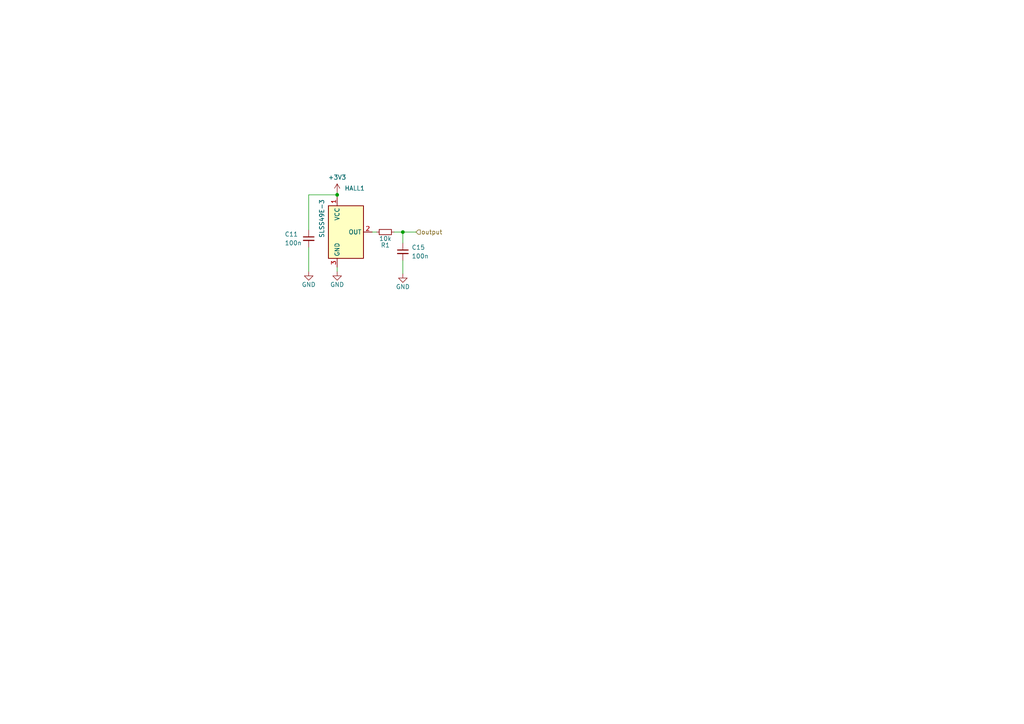
<source format=kicad_sch>
(kicad_sch (version 20231120) (generator "eeschema") (generator_version "8.0")
  (paper "A4")
  (lib_symbols
    (symbol "Device:C_Small" (pin_numbers hide) (pin_names (offset 0.254) hide)
      (property "Reference" "C" (at 0.254 1.778 0))
      (property "Value" "C_Small" (at 0.254 -2.032 0))
      (symbol "C_Small_0_1"
        (polyline (pts (xy -1.524 -0.508) (xy 1.524 -0.508)) (stroke (width 0.3302)))
        (polyline (pts (xy -1.524 0.508) (xy 1.524 0.508)) (stroke (width 0.3048)))
      )
      (symbol "C_Small_1_1"
        (pin passive line (at 0 2.54 270) (length 2.032) (name "~") (number "1"))
        (pin passive line (at 0 -2.54 90) (length 2.032) (name "~") (number "2"))
      )
    )
    (symbol "Device:R_Small" (pin_numbers hide) (pin_names (offset 0.254) hide)
      (property "Reference" "R" (at 0.762 0.508 0))
      (property "Value" "R_Small" (at 0.762 -1.016 0))
      (symbol "R_Small_0_1"
        (rectangle (start -0.762 1.778) (end 0.762 -1.778) (stroke (width 0.2032)))
      )
      (symbol "R_Small_1_1"
        (pin passive line (at 0 2.54 270) (length 0.762) (name "~") (number "1"))
        (pin passive line (at 0 -2.54 90) (length 0.762) (name "~") (number "2"))
      )
    )
    (symbol "fun:DRV5055A3xDBZxQ1"
      (property "Reference" "HALL" (at 2.54 12.7 0))
      (property "Value" "DRV5055A3xDBZxQ1" (at 2.54 10.16 0))
      (symbol "DRV5055A3xDBZxQ1_1_1"
        (rectangle (start -5.08 7.62) (end 5.08 -7.62) (stroke (width 0.254)) (fill (type background)))
        (pin power_in line (at -2.54 10.16 270) (length 2.54) (name "VCC") (number "1"))
        (pin output line (at 7.62 0 180) (length 2.54) (name "OUT") (number "2"))
        (pin power_in line (at -2.54 -10.16 90) (length 2.54) (name "GND") (number "3"))
      )
    )
    (symbol "power:+3V3" (power) (pin_names (offset 0))
      (property "Value" "+3V3" (at 0 3.556 0))
      (symbol "+3V3_0_1"
        (polyline (pts (xy -0.762 1.27) (xy 0 2.54)))
        (polyline (pts (xy 0 0) (xy 0 2.54)))
        (polyline (pts (xy 0 2.54) (xy 0.762 1.27)))
      )
      (symbol "+3V3_1_1"
        (pin power_in line (at 0 0 90) (length 0) hide (name "+3V3") (number "1"))
      )
    )
    (symbol "power:GND" (power) (pin_names (offset 0))
      (property "Value" "GND" (at 0 -3.81 0))
      (symbol "GND_0_1"
        (polyline (pts (xy 0 0) (xy 0 -1.27) (xy 1.27 -1.27) (xy 0 -2.54) (xy -1.27 -1.27) (xy 0 -1.27)))
      )
      (symbol "GND_1_1"
        (pin power_in line (at 0 0 270) (length 0) hide (name "GND") (number "1"))
      )
    )
  )
  (junction (at 97.79 56.515))
  (junction (at 116.84 67.31))
  (wire (pts (xy 89.535 71.755) (xy 89.535 78.74)))
  (wire (pts (xy 116.84 70.485) (xy 116.84 67.31)))
  (wire (pts (xy 97.79 56.515) (xy 97.79 57.15)))
  (wire (pts (xy 116.84 67.31) (xy 114.3 67.31)))
  (wire (pts (xy 97.79 56.515) (xy 89.535 56.515)))
  (wire (pts (xy 107.95 67.31) (xy 109.22 67.31)))
  (wire (pts (xy 97.79 55.88) (xy 97.79 56.515)))
  (wire (pts (xy 97.79 78.74) (xy 97.79 77.47)))
  (wire (pts (xy 116.84 67.31) (xy 120.65 67.31)))
  (wire (pts (xy 89.535 56.515) (xy 89.535 66.675)))
  (wire (pts (xy 116.84 75.565) (xy 116.84 79.375)))
  (hierarchical_label "output" (shape input) (at 120.65 67.31 0))
  (symbol (lib_id "fun:DRV5055A3xDBZxQ1") (at 100.33 67.31 0) (unit 1)
    (property "Reference" "HALL1" (at 102.87 54.61 0))
    (property "Value" "SLSS49E-3" (at 93.345 57.785 90) (effects (justify right)))
    (property "Footprint" "stuiff:SLSS49E-3 with MX holes 3" (effects (hide yes)))
    (property "Datasheet" "https://www.ti.com/lit/ds/symlink/drv5055-q1.pdf" (effects (hide yes)))
    (instances (project "norgbtest" (path "" (reference "HALL1") (unit 1)) (path "" (reference "HALL2") (unit 1)) (path "" (reference "HALL3") (unit 1)) (path "" (reference "HALL4") (unit 1)) (path "" (reference "HALL5") (unit 1)) (path "" (reference "HALL6") (unit 1)) (path "" (reference "HALL7") (unit 1)) (path "" (reference "HALL8") (unit 1)) (path "" (reference "HALL9") (unit 1)) (path "" (reference "HALL10") (unit 1)) (path "" (reference "HALL11") (unit 1)) (path "" (reference "HALL12") (unit 1)) (path "" (reference "HALL13") (unit 1)) (path "" (reference "HALL14") (unit 1)) (path "" (reference "HALL15") (unit 1)) (path "" (reference "HALL16") (unit 1)) (path "" (reference "HALL17") (unit 1)) (path "" (reference "HALL18") (unit 1)) (path "" (reference "HALL19") (unit 1)) (path "" (reference "HALL20") (unit 1)) (path "" (reference "HALL21") (unit 1)) (path "" (reference "HALL22") (unit 1)) (path "" (reference "HALL23") (unit 1)) (path "" (reference "HALL24") (unit 1)) (path "" (reference "HALL25") (unit 1)) (path "" (reference "HALL26") (unit 1)) (path "" (reference "HALL27") (unit 1)) (path "" (reference "HALL28") (unit 1)) (path "" (reference "HALL29") (unit 1)) (path "" (reference "HALL30") (unit 1)) (path "" (reference "HALL31") (unit 1)) (path "" (reference "HALL32") (unit 1)) (path "" (reference "HALL33") (unit 1)) (path "" (reference "HALL34") (unit 1)) (path "" (reference "HALL35") (unit 1)) (path "" (reference "HALL36") (unit 1)) (path "" (reference "HALL37") (unit 1)) (path "" (reference "HALL38") (unit 1)) (path "" (reference "HALL39") (unit 1)) (path "" (reference "HALL40") (unit 1)) (path "" (reference "HALL41") (unit 1)) (path "" (reference "HALL42") (unit 1)) (path "" (reference "HALL43") (unit 1)) (path "" (reference "HALL44") (unit 1)) (path "" (reference "HALL45") (unit 1)) (path "" (reference "HALL46") (unit 1)) (path "" (reference "HALL47") (unit 1)) (path "" (reference "HALL48") (unit 1)) (path "" (reference "HALL49") (unit 1)) (path "" (reference "HALL50") (unit 1)) (path "" (reference "HALL51") (unit 1)) (path "" (reference "HALL52") (unit 1)) (path "" (reference "HALL53") (unit 1)) (path "" (reference "HALL54") (unit 1)) (path "" (reference "HALL55") (unit 1)) (path "" (reference "HALL56") (unit 1)) (path "" (reference "HALL57") (unit 1)) (path "" (reference "HALL58") (unit 1)) (path "" (reference "HALL59") (unit 1)) (path "" (reference "HALL60") (unit 1)) (path "" (reference "HALL61") (unit 1))) (project "sensor0" (path "" (reference "U3") (unit 1))) (project "keyboard" (path "" (reference "HALL10") (unit 1)) (path "" (reference "HALL40") (unit 1)) (path "" (reference "HALL2") (unit 1)) (path "" (reference "HALL28") (unit 1)) (path "" (reference "HALL30") (unit 1)) (path "" (reference "HALL8") (unit 1)) (path "" (reference "HALL21") (unit 1)) (path "" (reference "HALL11") (unit 1)) (path "" (reference "HALL51") (unit 1)) (path "" (reference "HALL15") (unit 1)) (path "" (reference "HALL57") (unit 1)) (path "" (reference "HALL53") (unit 1)) (path "" (reference "HALL59") (unit 1)) (path "" (reference "HALL36") (unit 1)) (path "" (reference "HALL32") (unit 1)) (path "" (reference "HALL18") (unit 1)) (path "" (reference "HALL27") (unit 1)) (path "" (reference "HALL17") (unit 1)) (path "" (reference "HALL60") (unit 1)) (path "" (reference "HALL41") (unit 1)) (path "" (reference "HALL33") (unit 1)) (path "" (reference "HALL56") (unit 1)) (path "" (reference "HALL13") (unit 1)) (path "" (reference "HALL46") (unit 1)) (path "" (reference "HALL16") (unit 1)) (path "" (reference "HALL42") (unit 1)) (path "" (reference "HALL19") (unit 1)) (path "" (reference "HALL48") (unit 1)) (path "" (reference "HALL29") (unit 1)) (path "" (reference "HALL38") (unit 1)) (path "" (reference "HALL58") (unit 1)) (path "" (reference "HALL5") (unit 1)) (path "" (reference "HALL9") (unit 1)) (path "" (reference "HALL43") (unit 1)) (path "" (reference "HALL23") (unit 1)) (path "" (reference "HALL26") (unit 1)) (path "" (reference "HALL54") (unit 1)) (path "" (reference "HALL61") (unit 1)) (path "" (reference "HALL12") (unit 1)) (path "" (reference "HALL35") (unit 1)) (path "" (reference "HALL24") (unit 1)) (path "" (reference "HALL25") (unit 1)) (path "" (reference "HALL47") (unit 1)) (path "" (reference "HALL1") (unit 1)) (path "" (reference "HALL14") (unit 1)) (path "" (reference "HALL4") (unit 1)) (path "" (reference "HALL49") (unit 1)) (path "" (reference "HALL39") (unit 1)) (path "" (reference "HALL50") (unit 1)) (path "" (reference "HALL3") (unit 1)) (path "" (reference "HALL44") (unit 1)) (path "" (reference "HALL52") (unit 1)) (path "" (reference "HALL37") (unit 1)) (path "" (reference "HALL55") (unit 1)) (path "" (reference "HALL31") (unit 1)) (path "" (reference "HALL22") (unit 1)) (path "" (reference "HALL20") (unit 1)) (path "" (reference "HALL34") (unit 1)) (path "" (reference "HALL7") (unit 1)) (path "" (reference "HALL6") (unit 1)) (path "" (reference "HALL45") (unit 1))))
  )
  (symbol (lib_id "power:GND") (at 116.84 79.375 0) (unit 1)
    (property "Reference" "#PWR029" (effects (hide yes)))
    (property "Value" "GND" (at 116.84 83.185 0))
    (instances (project "norgbtest" (path "" (reference "#PWR029") (unit 1)) (path "" (reference "#PWR057") (unit 1)) (path "" (reference "#PWR061") (unit 1)) (path "" (reference "#PWR065") (unit 1)) (path "" (reference "#PWR069") (unit 1)) (path "" (reference "#PWR073") (unit 1)) (path "" (reference "#PWR077") (unit 1)) (path "" (reference "#PWR081") (unit 1)) (path "" (reference "#PWR085") (unit 1)) (path "" (reference "#PWR089") (unit 1)) (path "" (reference "#PWR093") (unit 1)) (path "" (reference "#PWR097") (unit 1)) (path "" (reference "#PWR0101") (unit 1)) (path "" (reference "#PWR0105") (unit 1)) (path "" (reference "#PWR0107") (unit 1)) (path "" (reference "#PWR0117") (unit 1)) (path "" (reference "#PWR0121") (unit 1)) (path "" (reference "#PWR0125") (unit 1)) (path "" (reference "#PWR0129") (unit 1)) (path "" (reference "#PWR0133") (unit 1)) (path "" (reference "#PWR0137") (unit 1)) (path "" (reference "#PWR0141") (unit 1)) (path "" (reference "#PWR0145") (unit 1)) (path "" (reference "#PWR0149") (unit 1)) (path "" (reference "#PWR0153") (unit 1)) (path "" (reference "#PWR0157") (unit 1)) (path "" (reference "#PWR0161") (unit 1)) (path "" (reference "#PWR0165") (unit 1)) (path "" (reference "#PWR0169") (unit 1)) (path "" (reference "#PWR0173") (unit 1)) (path "" (reference "#PWR0177") (unit 1)) (path "" (reference "#PWR0181") (unit 1)) (path "" (reference "#PWR0185") (unit 1)) (path "" (reference "#PWR0189") (unit 1)) (path "" (reference "#PWR0193") (unit 1)) (path "" (reference "#PWR0197") (unit 1)) (path "" (reference "#PWR0201") (unit 1)) (path "" (reference "#PWR0205") (unit 1)) (path "" (reference "#PWR0209") (unit 1)) (path "" (reference "#PWR0213") (unit 1)) (path "" (reference "#PWR0217") (unit 1)) (path "" (reference "#PWR0221") (unit 1)) (path "" (reference "#PWR0225") (unit 1)) (path "" (reference "#PWR0229") (unit 1)) (path "" (reference "#PWR0233") (unit 1)) (path "" (reference "#PWR0237") (unit 1)) (path "" (reference "#PWR0241") (unit 1)) (path "" (reference "#PWR0245") (unit 1)) (path "" (reference "#PWR0249") (unit 1)) (path "" (reference "#PWR0253") (unit 1)) (path "" (reference "#PWR0257") (unit 1)) (path "" (reference "#PWR0261") (unit 1)) (path "" (reference "#PWR0265") (unit 1)) (path "" (reference "#PWR0269") (unit 1)) (path "" (reference "#PWR0273") (unit 1)) (path "" (reference "#PWR0277") (unit 1)) (path "" (reference "#PWR0281") (unit 1)) (path "" (reference "#PWR0285") (unit 1)) (path "" (reference "#PWR0289") (unit 1)) (path "" (reference "#PWR0293") (unit 1)) (path "" (reference "#PWR0297") (unit 1))) (project "sensor0" (path "" (reference "#PWR026") (unit 1))) (project "keyboard" (path "" (reference "#PWR045") (unit 1)) (path "" (reference "#PWR049") (unit 1)) (path "" (reference "#PWR053") (unit 1)) (path "" (reference "#PWR057") (unit 1)) (path "" (reference "#PWR061") (unit 1)) (path "" (reference "#PWR065") (unit 1)) (path "" (reference "#PWR069") (unit 1)) (path "" (reference "#PWR073") (unit 1)) (path "" (reference "#PWR077") (unit 1)) (path "" (reference "#PWR081") (unit 1)) (path "" (reference "#PWR085") (unit 1)) (path "" (reference "#PWR089") (unit 1)) (path "" (reference "#PWR093") (unit 1)) (path "" (reference "#PWR097") (unit 1)) (path "" (reference "#PWR0101") (unit 1)) (path "" (reference "#PWR0105") (unit 1)) (path "" (reference "#PWR0109") (unit 1)) (path "" (reference "#PWR0113") (unit 1)) (path "" (reference "#PWR0117") (unit 1)) (path "" (reference "#PWR0121") (unit 1)) (path "" (reference "#PWR0125") (unit 1)) (path "" (reference "#PWR0129") (unit 1)) (path "" (reference "#PWR0133") (unit 1)) (path "" (reference "#PWR0137") (unit 1)) (path "" (reference "#PWR0141") (unit 1)) (path "" (reference "#PWR0145") (unit 1)) (path "" (reference "#PWR0149") (unit 1)) (path "" (reference "#PWR0153") (unit 1)) (path "" (reference "#PWR0157") (unit 1)) (path "" (reference "#PWR0161") (unit 1)) (path "" (reference "#PWR0165") (unit 1)) (path "" (reference "#PWR0169") (unit 1)) (path "" (reference "#PWR0173") (unit 1)) (path "" (reference "#PWR0177") (unit 1)) (path "" (reference "#PWR0181") (unit 1)) (path "" (reference "#PWR0185") (unit 1)) (path "" (reference "#PWR0189") (unit 1)) (path "" (reference "#PWR0193") (unit 1)) (path "" (reference "#PWR0197") (unit 1)) (path "" (reference "#PWR0201") (unit 1)) (path "" (reference "#PWR0205") (unit 1)) (path "" (reference "#PWR0209") (unit 1)) (path "" (reference "#PWR0213") (unit 1)) (path "" (reference "#PWR0217") (unit 1)) (path "" (reference "#PWR0221") (unit 1)) (path "" (reference "#PWR0225") (unit 1)) (path "" (reference "#PWR0229") (unit 1)) (path "" (reference "#PWR0233") (unit 1)) (path "" (reference "#PWR0237") (unit 1)) (path "" (reference "#PWR0241") (unit 1)) (path "" (reference "#PWR0245") (unit 1)) (path "" (reference "#PWR0249") (unit 1)) (path "" (reference "#PWR0253") (unit 1)) (path "" (reference "#PWR0257") (unit 1)) (path "" (reference "#PWR0261") (unit 1)) (path "" (reference "#PWR0265") (unit 1)) (path "" (reference "#PWR0269") (unit 1)) (path "" (reference "#PWR0273") (unit 1)) (path "" (reference "#PWR0277") (unit 1)) (path "" (reference "#PWR0281") (unit 1)) (path "" (reference "#PWR0285") (unit 1))))
  )
  (symbol (lib_id "Device:R_Small") (at 111.76 67.31 270) (unit 1)
    (property "Reference" "R1" (at 111.76 71.12 90))
    (property "Value" "10k" (at 111.76 69.215 90))
    (property "Footprint" "Resistor_SMD:R_0402_1005Metric" (effects (hide yes)))
    (instances (project "norgbtest" (path "" (reference "R1") (unit 1)) (path "" (reference "R10") (unit 1)) (path "" (reference "R11") (unit 1)) (path "" (reference "R13") (unit 1)) (path "" (reference "R14") (unit 1)) (path "" (reference "R15") (unit 1)) (path "" (reference "R16") (unit 1)) (path "" (reference "R17") (unit 1)) (path "" (reference "R18") (unit 1)) (path "" (reference "R19") (unit 1)) (path "" (reference "R20") (unit 1)) (path "" (reference "R21") (unit 1)) (path "" (reference "R22") (unit 1)) (path "" (reference "R23") (unit 1)) (path "" (reference "R24") (unit 1)) (path "" (reference "R25") (unit 1)) (path "" (reference "R26") (unit 1)) (path "" (reference "R27") (unit 1)) (path "" (reference "R28") (unit 1)) (path "" (reference "R29") (unit 1)) (path "" (reference "R30") (unit 1)) (path "" (reference "R31") (unit 1)) (path "" (reference "R32") (unit 1)) (path "" (reference "R33") (unit 1)) (path "" (reference "R34") (unit 1)) (path "" (reference "R35") (unit 1)) (path "" (reference "R36") (unit 1)) (path "" (reference "R37") (unit 1)) (path "" (reference "R38") (unit 1)) (path "" (reference "R39") (unit 1)) (path "" (reference "R40") (unit 1)) (path "" (reference "R41") (unit 1)) (path "" (reference "R42") (unit 1)) (path "" (reference "R43") (unit 1)) (path "" (reference "R44") (unit 1)) (path "" (reference "R45") (unit 1)) (path "" (reference "R46") (unit 1)) (path "" (reference "R47") (unit 1)) (path "" (reference "R48") (unit 1)) (path "" (reference "R49") (unit 1)) (path "" (reference "R50") (unit 1)) (path "" (reference "R51") (unit 1)) (path "" (reference "R52") (unit 1)) (path "" (reference "R53") (unit 1)) (path "" (reference "R54") (unit 1)) (path "" (reference "R55") (unit 1)) (path "" (reference "R56") (unit 1)) (path "" (reference "R57") (unit 1)) (path "" (reference "R58") (unit 1)) (path "" (reference "R59") (unit 1)) (path "" (reference "R60") (unit 1)) (path "" (reference "R61") (unit 1)) (path "" (reference "R62") (unit 1)) (path "" (reference "R63") (unit 1)) (path "" (reference "R64") (unit 1)) (path "" (reference "R65") (unit 1)) (path "" (reference "R66") (unit 1)) (path "" (reference "R67") (unit 1)) (path "" (reference "R68") (unit 1)) (path "" (reference "R69") (unit 1)) (path "" (reference "R70") (unit 1))) (project "sensor0" (path "" (reference "R1") (unit 1))) (project "keyboard" (path "" (reference "R12") (unit 1)) (path "" (reference "R42") (unit 1)) (path "" (reference "R4") (unit 1)) (path "" (reference "R30") (unit 1)) (path "" (reference "R32") (unit 1)) (path "" (reference "R10") (unit 1)) (path "" (reference "R23") (unit 1)) (path "" (reference "R13") (unit 1)) (path "" (reference "R53") (unit 1)) (path "" (reference "R17") (unit 1)) (path "" (reference "R59") (unit 1)) (path "" (reference "R55") (unit 1)) (path "" (reference "R61") (unit 1)) (path "" (reference "R38") (unit 1)) (path "" (reference "R34") (unit 1)) (path "" (reference "R20") (unit 1)) (path "" (reference "R29") (unit 1)) (path "" (reference "R19") (unit 1)) (path "" (reference "R62") (unit 1)) (path "" (reference "R43") (unit 1)) (path "" (reference "R35") (unit 1)) (path "" (reference "R58") (unit 1)) (path "" (reference "R15") (unit 1)) (path "" (reference "R48") (unit 1)) (path "" (reference "R18") (unit 1)) (path "" (reference "R44") (unit 1)) (path "" (reference "R21") (unit 1)) (path "" (reference "R50") (unit 1)) (path "" (reference "R31") (unit 1)) (path "" (reference "R40") (unit 1)) (path "" (reference "R60") (unit 1)) (path "" (reference "R7") (unit 1)) (path "" (reference "R11") (unit 1)) (path "" (reference "R45") (unit 1)) (path "" (reference "R25") (unit 1)) (path "" (reference "R28") (unit 1)) (path "" (reference "R56") (unit 1)) (path "" (reference "R63") (unit 1)) (path "" (reference "R14") (unit 1)) (path "" (reference "R37") (unit 1)) (path "" (reference "R26") (unit 1)) (path "" (reference "R27") (unit 1)) (path "" (reference "R49") (unit 1)) (path "" (reference "R1") (unit 1)) (path "" (reference "R16") (unit 1)) (path "" (reference "R6") (unit 1)) (path "" (reference "R51") (unit 1)) (path "" (reference "R41") (unit 1)) (path "" (reference "R52") (unit 1)) (path "" (reference "R5") (unit 1)) (path "" (reference "R46") (unit 1)) (path "" (reference "R54") (unit 1)) (path "" (reference "R39") (unit 1)) (path "" (reference "R57") (unit 1)) (path "" (reference "R33") (unit 1)) (path "" (reference "R24") (unit 1)) (path "" (reference "R22") (unit 1)) (path "" (reference "R36") (unit 1)) (path "" (reference "R9") (unit 1)) (path "" (reference "R8") (unit 1)) (path "" (reference "R47") (unit 1))))
  )
  (symbol (lib_id "power:GND") (at 97.79 78.74 0) (unit 1)
    (property "Reference" "#PWR028" (effects (hide yes)))
    (property "Value" "GND" (at 97.79 82.55 0))
    (instances (project "norgbtest" (path "" (reference "#PWR028") (unit 1)) (path "" (reference "#PWR039") (unit 1)) (path "" (reference "#PWR060") (unit 1)) (path "" (reference "#PWR064") (unit 1)) (path "" (reference "#PWR068") (unit 1)) (path "" (reference "#PWR072") (unit 1)) (path "" (reference "#PWR076") (unit 1)) (path "" (reference "#PWR080") (unit 1)) (path "" (reference "#PWR084") (unit 1)) (path "" (reference "#PWR088") (unit 1)) (path "" (reference "#PWR092") (unit 1)) (path "" (reference "#PWR096") (unit 1)) (path "" (reference "#PWR0100") (unit 1)) (path "" (reference "#PWR0104") (unit 1)) (path "" (reference "#PWR0106") (unit 1)) (path "" (reference "#PWR0116") (unit 1)) (path "" (reference "#PWR0120") (unit 1)) (path "" (reference "#PWR0124") (unit 1)) (path "" (reference "#PWR0128") (unit 1)) (path "" (reference "#PWR0132") (unit 1)) (path "" (reference "#PWR0136") (unit 1)) (path "" (reference "#PWR0140") (unit 1)) (path "" (reference "#PWR0144") (unit 1)) (path "" (reference "#PWR0148") (unit 1)) (path "" (reference "#PWR0152") (unit 1)) (path "" (reference "#PWR0156") (unit 1)) (path "" (reference "#PWR0160") (unit 1)) (path "" (reference "#PWR0164") (unit 1)) (path "" (reference "#PWR0168") (unit 1)) (path "" (reference "#PWR0172") (unit 1)) (path "" (reference "#PWR0176") (unit 1)) (path "" (reference "#PWR0180") (unit 1)) (path "" (reference "#PWR0184") (unit 1)) (path "" (reference "#PWR0188") (unit 1)) (path "" (reference "#PWR0192") (unit 1)) (path "" (reference "#PWR0196") (unit 1)) (path "" (reference "#PWR0200") (unit 1)) (path "" (reference "#PWR0204") (unit 1)) (path "" (reference "#PWR0208") (unit 1)) (path "" (reference "#PWR0212") (unit 1)) (path "" (reference "#PWR0216") (unit 1)) (path "" (reference "#PWR0220") (unit 1)) (path "" (reference "#PWR0224") (unit 1)) (path "" (reference "#PWR0228") (unit 1)) (path "" (reference "#PWR0232") (unit 1)) (path "" (reference "#PWR0236") (unit 1)) (path "" (reference "#PWR0240") (unit 1)) (path "" (reference "#PWR0244") (unit 1)) (path "" (reference "#PWR0248") (unit 1)) (path "" (reference "#PWR0252") (unit 1)) (path "" (reference "#PWR0256") (unit 1)) (path "" (reference "#PWR0260") (unit 1)) (path "" (reference "#PWR0264") (unit 1)) (path "" (reference "#PWR0268") (unit 1)) (path "" (reference "#PWR0272") (unit 1)) (path "" (reference "#PWR0276") (unit 1)) (path "" (reference "#PWR0280") (unit 1)) (path "" (reference "#PWR0284") (unit 1)) (path "" (reference "#PWR0288") (unit 1)) (path "" (reference "#PWR0292") (unit 1)) (path "" (reference "#PWR0296") (unit 1))) (project "sensor0" (path "" (reference "#PWR025") (unit 1))) (project "keyboard" (path "" (reference "#PWR044") (unit 1)) (path "" (reference "#PWR048") (unit 1)) (path "" (reference "#PWR052") (unit 1)) (path "" (reference "#PWR056") (unit 1)) (path "" (reference "#PWR060") (unit 1)) (path "" (reference "#PWR064") (unit 1)) (path "" (reference "#PWR068") (unit 1)) (path "" (reference "#PWR072") (unit 1)) (path "" (reference "#PWR076") (unit 1)) (path "" (reference "#PWR080") (unit 1)) (path "" (reference "#PWR084") (unit 1)) (path "" (reference "#PWR088") (unit 1)) (path "" (reference "#PWR092") (unit 1)) (path "" (reference "#PWR096") (unit 1)) (path "" (reference "#PWR0100") (unit 1)) (path "" (reference "#PWR0104") (unit 1)) (path "" (reference "#PWR0108") (unit 1)) (path "" (reference "#PWR0112") (unit 1)) (path "" (reference "#PWR0116") (unit 1)) (path "" (reference "#PWR0120") (unit 1)) (path "" (reference "#PWR0124") (unit 1)) (path "" (reference "#PWR0128") (unit 1)) (path "" (reference "#PWR0132") (unit 1)) (path "" (reference "#PWR0136") (unit 1)) (path "" (reference "#PWR0140") (unit 1)) (path "" (reference "#PWR0144") (unit 1)) (path "" (reference "#PWR0148") (unit 1)) (path "" (reference "#PWR0152") (unit 1)) (path "" (reference "#PWR0156") (unit 1)) (path "" (reference "#PWR0160") (unit 1)) (path "" (reference "#PWR0164") (unit 1)) (path "" (reference "#PWR0168") (unit 1)) (path "" (reference "#PWR0172") (unit 1)) (path "" (reference "#PWR0176") (unit 1)) (path "" (reference "#PWR0180") (unit 1)) (path "" (reference "#PWR0184") (unit 1)) (path "" (reference "#PWR0188") (unit 1)) (path "" (reference "#PWR0192") (unit 1)) (path "" (reference "#PWR0196") (unit 1)) (path "" (reference "#PWR0200") (unit 1)) (path "" (reference "#PWR0204") (unit 1)) (path "" (reference "#PWR0208") (unit 1)) (path "" (reference "#PWR0212") (unit 1)) (path "" (reference "#PWR0216") (unit 1)) (path "" (reference "#PWR0220") (unit 1)) (path "" (reference "#PWR0224") (unit 1)) (path "" (reference "#PWR0228") (unit 1)) (path "" (reference "#PWR0232") (unit 1)) (path "" (reference "#PWR0236") (unit 1)) (path "" (reference "#PWR0240") (unit 1)) (path "" (reference "#PWR0244") (unit 1)) (path "" (reference "#PWR0248") (unit 1)) (path "" (reference "#PWR0252") (unit 1)) (path "" (reference "#PWR0256") (unit 1)) (path "" (reference "#PWR0260") (unit 1)) (path "" (reference "#PWR0264") (unit 1)) (path "" (reference "#PWR0268") (unit 1)) (path "" (reference "#PWR0272") (unit 1)) (path "" (reference "#PWR0276") (unit 1)) (path "" (reference "#PWR0280") (unit 1)) (path "" (reference "#PWR0284") (unit 1))))
  )
  (symbol (lib_id "power:GND") (at 89.535 78.74 0) (unit 1)
    (property "Reference" "#PWR026" (effects (hide yes)))
    (property "Value" "GND" (at 89.535 82.55 0))
    (instances (project "norgbtest" (path "" (reference "#PWR026") (unit 1)) (path "" (reference "#PWR037") (unit 1)) (path "" (reference "#PWR058") (unit 1)) (path "" (reference "#PWR062") (unit 1)) (path "" (reference "#PWR066") (unit 1)) (path "" (reference "#PWR070") (unit 1)) (path "" (reference "#PWR074") (unit 1)) (path "" (reference "#PWR078") (unit 1)) (path "" (reference "#PWR082") (unit 1)) (path "" (reference "#PWR086") (unit 1)) (path "" (reference "#PWR090") (unit 1)) (path "" (reference "#PWR094") (unit 1)) (path "" (reference "#PWR098") (unit 1)) (path "" (reference "#PWR0102") (unit 1)) (path "" (reference "#PWR021") (unit 1)) (path "" (reference "#PWR0114") (unit 1)) (path "" (reference "#PWR0118") (unit 1)) (path "" (reference "#PWR0122") (unit 1)) (path "" (reference "#PWR0126") (unit 1)) (path "" (reference "#PWR0130") (unit 1)) (path "" (reference "#PWR0134") (unit 1)) (path "" (reference "#PWR0138") (unit 1)) (path "" (reference "#PWR0142") (unit 1)) (path "" (reference "#PWR0146") (unit 1)) (path "" (reference "#PWR0150") (unit 1)) (path "" (reference "#PWR0154") (unit 1)) (path "" (reference "#PWR0158") (unit 1)) (path "" (reference "#PWR0162") (unit 1)) (path "" (reference "#PWR0166") (unit 1)) (path "" (reference "#PWR0170") (unit 1)) (path "" (reference "#PWR0174") (unit 1)) (path "" (reference "#PWR0178") (unit 1)) (path "" (reference "#PWR0182") (unit 1)) (path "" (reference "#PWR0186") (unit 1)) (path "" (reference "#PWR0190") (unit 1)) (path "" (reference "#PWR0194") (unit 1)) (path "" (reference "#PWR0198") (unit 1)) (path "" (reference "#PWR0202") (unit 1)) (path "" (reference "#PWR0206") (unit 1)) (path "" (reference "#PWR0210") (unit 1)) (path "" (reference "#PWR0214") (unit 1)) (path "" (reference "#PWR0218") (unit 1)) (path "" (reference "#PWR0222") (unit 1)) (path "" (reference "#PWR0226") (unit 1)) (path "" (reference "#PWR0230") (unit 1)) (path "" (reference "#PWR0234") (unit 1)) (path "" (reference "#PWR0238") (unit 1)) (path "" (reference "#PWR0242") (unit 1)) (path "" (reference "#PWR0246") (unit 1)) (path "" (reference "#PWR0250") (unit 1)) (path "" (reference "#PWR0254") (unit 1)) (path "" (reference "#PWR0258") (unit 1)) (path "" (reference "#PWR0262") (unit 1)) (path "" (reference "#PWR0266") (unit 1)) (path "" (reference "#PWR0270") (unit 1)) (path "" (reference "#PWR0274") (unit 1)) (path "" (reference "#PWR0278") (unit 1)) (path "" (reference "#PWR0282") (unit 1)) (path "" (reference "#PWR0286") (unit 1)) (path "" (reference "#PWR0290") (unit 1)) (path "" (reference "#PWR0294") (unit 1))) (project "sensor0" (path "" (reference "#PWR023") (unit 1))) (project "keyboard" (path "" (reference "#PWR043") (unit 1)) (path "" (reference "#PWR047") (unit 1)) (path "" (reference "#PWR051") (unit 1)) (path "" (reference "#PWR055") (unit 1)) (path "" (reference "#PWR059") (unit 1)) (path "" (reference "#PWR063") (unit 1)) (path "" (reference "#PWR067") (unit 1)) (path "" (reference "#PWR071") (unit 1)) (path "" (reference "#PWR075") (unit 1)) (path "" (reference "#PWR079") (unit 1)) (path "" (reference "#PWR083") (unit 1)) (path "" (reference "#PWR087") (unit 1)) (path "" (reference "#PWR091") (unit 1)) (path "" (reference "#PWR095") (unit 1)) (path "" (reference "#PWR099") (unit 1)) (path "" (reference "#PWR0103") (unit 1)) (path "" (reference "#PWR0107") (unit 1)) (path "" (reference "#PWR0111") (unit 1)) (path "" (reference "#PWR0115") (unit 1)) (path "" (reference "#PWR0119") (unit 1)) (path "" (reference "#PWR0123") (unit 1)) (path "" (reference "#PWR0127") (unit 1)) (path "" (reference "#PWR0131") (unit 1)) (path "" (reference "#PWR0135") (unit 1)) (path "" (reference "#PWR0139") (unit 1)) (path "" (reference "#PWR0143") (unit 1)) (path "" (reference "#PWR0147") (unit 1)) (path "" (reference "#PWR0151") (unit 1)) (path "" (reference "#PWR0155") (unit 1)) (path "" (reference "#PWR0159") (unit 1)) (path "" (reference "#PWR0163") (unit 1)) (path "" (reference "#PWR0167") (unit 1)) (path "" (reference "#PWR0171") (unit 1)) (path "" (reference "#PWR0175") (unit 1)) (path "" (reference "#PWR0179") (unit 1)) (path "" (reference "#PWR0183") (unit 1)) (path "" (reference "#PWR0187") (unit 1)) (path "" (reference "#PWR0191") (unit 1)) (path "" (reference "#PWR0195") (unit 1)) (path "" (reference "#PWR0199") (unit 1)) (path "" (reference "#PWR0203") (unit 1)) (path "" (reference "#PWR0207") (unit 1)) (path "" (reference "#PWR0211") (unit 1)) (path "" (reference "#PWR0215") (unit 1)) (path "" (reference "#PWR0219") (unit 1)) (path "" (reference "#PWR0223") (unit 1)) (path "" (reference "#PWR0227") (unit 1)) (path "" (reference "#PWR0231") (unit 1)) (path "" (reference "#PWR0235") (unit 1)) (path "" (reference "#PWR0239") (unit 1)) (path "" (reference "#PWR0243") (unit 1)) (path "" (reference "#PWR0247") (unit 1)) (path "" (reference "#PWR0251") (unit 1)) (path "" (reference "#PWR0255") (unit 1)) (path "" (reference "#PWR0259") (unit 1)) (path "" (reference "#PWR0263") (unit 1)) (path "" (reference "#PWR0267") (unit 1)) (path "" (reference "#PWR0271") (unit 1)) (path "" (reference "#PWR0275") (unit 1)) (path "" (reference "#PWR0279") (unit 1)) (path "" (reference "#PWR0283") (unit 1))))
  )
  (symbol (lib_id "power:+3V3") (at 97.79 55.88 0) (unit 1)
    (property "Reference" "#PWR027" (effects (hide yes)))
    (property "Value" "+3V3" (at 97.79 51.435 0))
    (instances (project "norgbtest" (path "" (reference "#PWR027") (unit 1)) (path "" (reference "#PWR038") (unit 1)) (path "" (reference "#PWR059") (unit 1)) (path "" (reference "#PWR063") (unit 1)) (path "" (reference "#PWR067") (unit 1)) (path "" (reference "#PWR071") (unit 1)) (path "" (reference "#PWR075") (unit 1)) (path "" (reference "#PWR079") (unit 1)) (path "" (reference "#PWR083") (unit 1)) (path "" (reference "#PWR087") (unit 1)) (path "" (reference "#PWR091") (unit 1)) (path "" (reference "#PWR095") (unit 1)) (path "" (reference "#PWR099") (unit 1)) (path "" (reference "#PWR0103") (unit 1)) (path "" (reference "#PWR020") (unit 1)) (path "" (reference "#PWR0115") (unit 1)) (path "" (reference "#PWR0119") (unit 1)) (path "" (reference "#PWR0123") (unit 1)) (path "" (reference "#PWR0127") (unit 1)) (path "" (reference "#PWR0131") (unit 1)) (path "" (reference "#PWR0135") (unit 1)) (path "" (reference "#PWR0139") (unit 1)) (path "" (reference "#PWR0143") (unit 1)) (path "" (reference "#PWR0147") (unit 1)) (path "" (reference "#PWR0151") (unit 1)) (path "" (reference "#PWR0155") (unit 1)) (path "" (reference "#PWR0159") (unit 1)) (path "" (reference "#PWR0163") (unit 1)) (path "" (reference "#PWR0167") (unit 1)) (path "" (reference "#PWR0171") (unit 1)) (path "" (reference "#PWR0175") (unit 1)) (path "" (reference "#PWR0179") (unit 1)) (path "" (reference "#PWR0183") (unit 1)) (path "" (reference "#PWR0187") (unit 1)) (path "" (reference "#PWR0191") (unit 1)) (path "" (reference "#PWR0195") (unit 1)) (path "" (reference "#PWR0199") (unit 1)) (path "" (reference "#PWR0203") (unit 1)) (path "" (reference "#PWR0207") (unit 1)) (path "" (reference "#PWR0211") (unit 1)) (path "" (reference "#PWR0215") (unit 1)) (path "" (reference "#PWR0219") (unit 1)) (path "" (reference "#PWR0223") (unit 1)) (path "" (reference "#PWR0227") (unit 1)) (path "" (reference "#PWR0231") (unit 1)) (path "" (reference "#PWR0235") (unit 1)) (path "" (reference "#PWR0239") (unit 1)) (path "" (reference "#PWR0243") (unit 1)) (path "" (reference "#PWR0247") (unit 1)) (path "" (reference "#PWR0251") (unit 1)) (path "" (reference "#PWR0255") (unit 1)) (path "" (reference "#PWR0259") (unit 1)) (path "" (reference "#PWR0263") (unit 1)) (path "" (reference "#PWR0267") (unit 1)) (path "" (reference "#PWR0271") (unit 1)) (path "" (reference "#PWR0275") (unit 1)) (path "" (reference "#PWR0279") (unit 1)) (path "" (reference "#PWR0283") (unit 1)) (path "" (reference "#PWR0287") (unit 1)) (path "" (reference "#PWR0291") (unit 1)) (path "" (reference "#PWR0295") (unit 1))) (project "sensor0" (path "" (reference "#PWR024") (unit 1))) (project "keyboard" (path "" (reference "#PWR042") (unit 1)) (path "" (reference "#PWR046") (unit 1)) (path "" (reference "#PWR050") (unit 1)) (path "" (reference "#PWR054") (unit 1)) (path "" (reference "#PWR058") (unit 1)) (path "" (reference "#PWR062") (unit 1)) (path "" (reference "#PWR066") (unit 1)) (path "" (reference "#PWR070") (unit 1)) (path "" (reference "#PWR074") (unit 1)) (path "" (reference "#PWR078") (unit 1)) (path "" (reference "#PWR082") (unit 1)) (path "" (reference "#PWR086") (unit 1)) (path "" (reference "#PWR090") (unit 1)) (path "" (reference "#PWR094") (unit 1)) (path "" (reference "#PWR098") (unit 1)) (path "" (reference "#PWR0102") (unit 1)) (path "" (reference "#PWR0106") (unit 1)) (path "" (reference "#PWR0110") (unit 1)) (path "" (reference "#PWR0114") (unit 1)) (path "" (reference "#PWR0118") (unit 1)) (path "" (reference "#PWR0122") (unit 1)) (path "" (reference "#PWR0126") (unit 1)) (path "" (reference "#PWR0130") (unit 1)) (path "" (reference "#PWR0134") (unit 1)) (path "" (reference "#PWR0138") (unit 1)) (path "" (reference "#PWR0142") (unit 1)) (path "" (reference "#PWR0146") (unit 1)) (path "" (reference "#PWR0150") (unit 1)) (path "" (reference "#PWR0154") (unit 1)) (path "" (reference "#PWR0158") (unit 1)) (path "" (reference "#PWR0162") (unit 1)) (path "" (reference "#PWR0166") (unit 1)) (path "" (reference "#PWR0170") (unit 1)) (path "" (reference "#PWR0174") (unit 1)) (path "" (reference "#PWR0178") (unit 1)) (path "" (reference "#PWR0182") (unit 1)) (path "" (reference "#PWR0186") (unit 1)) (path "" (reference "#PWR0190") (unit 1)) (path "" (reference "#PWR0194") (unit 1)) (path "" (reference "#PWR0198") (unit 1)) (path "" (reference "#PWR0202") (unit 1)) (path "" (reference "#PWR0206") (unit 1)) (path "" (reference "#PWR0210") (unit 1)) (path "" (reference "#PWR0214") (unit 1)) (path "" (reference "#PWR0218") (unit 1)) (path "" (reference "#PWR0222") (unit 1)) (path "" (reference "#PWR0226") (unit 1)) (path "" (reference "#PWR0230") (unit 1)) (path "" (reference "#PWR0234") (unit 1)) (path "" (reference "#PWR0238") (unit 1)) (path "" (reference "#PWR0242") (unit 1)) (path "" (reference "#PWR0246") (unit 1)) (path "" (reference "#PWR0250") (unit 1)) (path "" (reference "#PWR0254") (unit 1)) (path "" (reference "#PWR0258") (unit 1)) (path "" (reference "#PWR0262") (unit 1)) (path "" (reference "#PWR0266") (unit 1)) (path "" (reference "#PWR0270") (unit 1)) (path "" (reference "#PWR0274") (unit 1)) (path "" (reference "#PWR0278") (unit 1)) (path "" (reference "#PWR0282") (unit 1))))
  )
  (symbol (lib_id "Device:C_Small") (at 116.84 73.025 0) (unit 1)
    (property "Reference" "C15" (at 119.38 71.7613 0) (effects (justify left)))
    (property "Value" "100n" (at 119.38 74.3013 0) (effects (justify left)))
    (property "Footprint" "Capacitor_SMD:C_0402_1005Metric" (effects (hide yes)))
    (instances (project "norgbtest" (path "" (reference "C15") (unit 1)) (path "" (reference "C24") (unit 1)) (path "" (reference "C26") (unit 1)) (path "" (reference "C28") (unit 1)) (path "" (reference "C30") (unit 1)) (path "" (reference "C32") (unit 1)) (path "" (reference "C34") (unit 1)) (path "" (reference "C36") (unit 1)) (path "" (reference "C38") (unit 1)) (path "" (reference "C40") (unit 1)) (path "" (reference "C42") (unit 1)) (path "" (reference "C44") (unit 1)) (path "" (reference "C46") (unit 1)) (path "" (reference "C48") (unit 1)) (path "" (reference "C50") (unit 1)) (path "" (reference "C52") (unit 1)) (path "" (reference "C54") (unit 1)) (path "" (reference "C56") (unit 1)) (path "" (reference "C58") (unit 1)) (path "" (reference "C60") (unit 1)) (path "" (reference "C62") (unit 1)) (path "" (reference "C64") (unit 1)) (path "" (reference "C66") (unit 1)) (path "" (reference "C68") (unit 1)) (path "" (reference "C70") (unit 1)) (path "" (reference "C72") (unit 1)) (path "" (reference "C74") (unit 1)) (path "" (reference "C76") (unit 1)) (path "" (reference "C78") (unit 1)) (path "" (reference "C80") (unit 1)) (path "" (reference "C82") (unit 1)) (path "" (reference "C84") (unit 1)) (path "" (reference "C86") (unit 1)) (path "" (reference "C88") (unit 1)) (path "" (reference "C90") (unit 1)) (path "" (reference "C92") (unit 1)) (path "" (reference "C94") (unit 1)) (path "" (reference "C96") (unit 1)) (path "" (reference "C98") (unit 1)) (path "" (reference "C100") (unit 1)) (path "" (reference "C102") (unit 1)) (path "" (reference "C104") (unit 1)) (path "" (reference "C106") (unit 1)) (path "" (reference "C108") (unit 1)) (path "" (reference "C110") (unit 1)) (path "" (reference "C112") (unit 1)) (path "" (reference "C114") (unit 1)) (path "" (reference "C116") (unit 1)) (path "" (reference "C118") (unit 1)) (path "" (reference "C120") (unit 1)) (path "" (reference "C122") (unit 1)) (path "" (reference "C124") (unit 1)) (path "" (reference "C126") (unit 1)) (path "" (reference "C128") (unit 1)) (path "" (reference "C130") (unit 1)) (path "" (reference "C132") (unit 1)) (path "" (reference "C134") (unit 1)) (path "" (reference "C136") (unit 1)) (path "" (reference "C138") (unit 1)) (path "" (reference "C140") (unit 1)) (path "" (reference "C142") (unit 1))) (project "sensor0" (path "" (reference "C16") (unit 1))) (project "keyboard" (path "" (reference "C39") (unit 1)) (path "" (reference "C99") (unit 1)) (path "" (reference "C19") (unit 1)) (path "" (reference "C75") (unit 1)) (path "" (reference "C79") (unit 1)) (path "" (reference "C35") (unit 1)) (path "" (reference "C61") (unit 1)) (path "" (reference "C41") (unit 1)) (path "" (reference "C121") (unit 1)) (path "" (reference "C49") (unit 1)) (path "" (reference "C133") (unit 1)) (path "" (reference "C125") (unit 1)) (path "" (reference "C137") (unit 1)) (path "" (reference "C91") (unit 1)) (path "" (reference "C83") (unit 1)) (path "" (reference "C55") (unit 1)) (path "" (reference "C73") (unit 1)) (path "" (reference "C53") (unit 1)) (path "" (reference "C139") (unit 1)) (path "" (reference "C101") (unit 1)) (path "" (reference "C85") (unit 1)) (path "" (reference "C131") (unit 1)) (path "" (reference "C45") (unit 1)) (path "" (reference "C111") (unit 1)) (path "" (reference "C51") (unit 1)) (path "" (reference "C103") (unit 1)) (path "" (reference "C57") (unit 1)) (path "" (reference "C115") (unit 1)) (path "" (reference "C77") (unit 1)) (path "" (reference "C95") (unit 1)) (path "" (reference "C135") (unit 1)) (path "" (reference "C29") (unit 1)) (path "" (reference "C37") (unit 1)) (path "" (reference "C105") (unit 1)) (path "" (reference "C65") (unit 1)) (path "" (reference "C71") (unit 1)) (path "" (reference "C127") (unit 1)) (path "" (reference "C141") (unit 1)) (path "" (reference "C43") (unit 1)) (path "" (reference "C89") (unit 1)) (path "" (reference "C67") (unit 1)) (path "" (reference "C69") (unit 1)) (path "" (reference "C113") (unit 1)) (path "" (reference "C2") (unit 1)) (path "" (reference "C47") (unit 1)) (path "" (reference "C27") (unit 1)) (path "" (reference "C117") (unit 1)) (path "" (reference "C97") (unit 1)) (path "" (reference "C119") (unit 1)) (path "" (reference "C25") (unit 1)) (path "" (reference "C107") (unit 1)) (path "" (reference "C123") (unit 1)) (path "" (reference "C93") (unit 1)) (path "" (reference "C129") (unit 1)) (path "" (reference "C81") (unit 1)) (path "" (reference "C63") (unit 1)) (path "" (reference "C59") (unit 1)) (path "" (reference "C87") (unit 1)) (path "" (reference "C33") (unit 1)) (path "" (reference "C31") (unit 1)) (path "" (reference "C109") (unit 1))))
  )
  (symbol (lib_id "Device:C_Small") (at 89.535 69.215 0) (unit 1)
    (property "Reference" "C11" (at 82.55 67.945 0) (effects (justify left)))
    (property "Value" "100n" (at 82.55 70.485 0) (effects (justify left)))
    (property "Footprint" "Capacitor_SMD:C_0402_1005Metric" (effects (hide yes)))
    (instances (project "norgbtest" (path "" (reference "C11") (unit 1)) (path "" (reference "C23") (unit 1)) (path "" (reference "C25") (unit 1)) (path "" (reference "C27") (unit 1)) (path "" (reference "C29") (unit 1)) (path "" (reference "C31") (unit 1)) (path "" (reference "C33") (unit 1)) (path "" (reference "C35") (unit 1)) (path "" (reference "C37") (unit 1)) (path "" (reference "C39") (unit 1)) (path "" (reference "C41") (unit 1)) (path "" (reference "C43") (unit 1)) (path "" (reference "C45") (unit 1)) (path "" (reference "C47") (unit 1)) (path "" (reference "C49") (unit 1)) (path "" (reference "C51") (unit 1)) (path "" (reference "C53") (unit 1)) (path "" (reference "C55") (unit 1)) (path "" (reference "C57") (unit 1)) (path "" (reference "C59") (unit 1)) (path "" (reference "C61") (unit 1)) (path "" (reference "C63") (unit 1)) (path "" (reference "C65") (unit 1)) (path "" (reference "C67") (unit 1)) (path "" (reference "C69") (unit 1)) (path "" (reference "C71") (unit 1)) (path "" (reference "C73") (unit 1)) (path "" (reference "C75") (unit 1)) (path "" (reference "C77") (unit 1)) (path "" (reference "C79") (unit 1)) (path "" (reference "C81") (unit 1)) (path "" (reference "C83") (unit 1)) (path "" (reference "C85") (unit 1)) (path "" (reference "C87") (unit 1)) (path "" (reference "C89") (unit 1)) (path "" (reference "C91") (unit 1)) (path "" (reference "C93") (unit 1)) (path "" (reference "C95") (unit 1)) (path "" (reference "C97") (unit 1)) (path "" (reference "C99") (unit 1)) (path "" (reference "C101") (unit 1)) (path "" (reference "C103") (unit 1)) (path "" (reference "C105") (unit 1)) (path "" (reference "C107") (unit 1)) (path "" (reference "C109") (unit 1)) (path "" (reference "C111") (unit 1)) (path "" (reference "C113") (unit 1)) (path "" (reference "C115") (unit 1)) (path "" (reference "C117") (unit 1)) (path "" (reference "C119") (unit 1)) (path "" (reference "C121") (unit 1)) (path "" (reference "C123") (unit 1)) (path "" (reference "C125") (unit 1)) (path "" (reference "C127") (unit 1)) (path "" (reference "C129") (unit 1)) (path "" (reference "C131") (unit 1)) (path "" (reference "C133") (unit 1)) (path "" (reference "C135") (unit 1)) (path "" (reference "C137") (unit 1)) (path "" (reference "C139") (unit 1)) (path "" (reference "C141") (unit 1))) (project "sensor0" (path "" (reference "C15") (unit 1))) (project "keyboard" (path "" (reference "C38") (unit 1)) (path "" (reference "C98") (unit 1)) (path "" (reference "C18") (unit 1)) (path "" (reference "C74") (unit 1)) (path "" (reference "C78") (unit 1)) (path "" (reference "C34") (unit 1)) (path "" (reference "C60") (unit 1)) (path "" (reference "C40") (unit 1)) (path "" (reference "C120") (unit 1)) (path "" (reference "C48") (unit 1)) (path "" (reference "C132") (unit 1)) (path "" (reference "C124") (unit 1)) (path "" (reference "C136") (unit 1)) (path "" (reference "C90") (unit 1)) (path "" (reference "C82") (unit 1)) (path "" (reference "C54") (unit 1)) (path "" (reference "C72") (unit 1)) (path "" (reference "C52") (unit 1)) (path "" (reference "C138") (unit 1)) (path "" (reference "C100") (unit 1)) (path "" (reference "C84") (unit 1)) (path "" (reference "C130") (unit 1)) (path "" (reference "C44") (unit 1)) (path "" (reference "C110") (unit 1)) (path "" (reference "C50") (unit 1)) (path "" (reference "C102") (unit 1)) (path "" (reference "C56") (unit 1)) (path "" (reference "C114") (unit 1)) (path "" (reference "C76") (unit 1)) (path "" (reference "C94") (unit 1)) (path "" (reference "C134") (unit 1)) (path "" (reference "C28") (unit 1)) (path "" (reference "C36") (unit 1)) (path "" (reference "C104") (unit 1)) (path "" (reference "C64") (unit 1)) (path "" (reference "C70") (unit 1)) (path "" (reference "C126") (unit 1)) (path "" (reference "C140") (unit 1)) (path "" (reference "C42") (unit 1)) (path "" (reference "C88") (unit 1)) (path "" (reference "C66") (unit 1)) (path "" (reference "C68") (unit 1)) (path "" (reference "C112") (unit 1)) (path "" (reference "C1") (unit 1)) (path "" (reference "C46") (unit 1)) (path "" (reference "C26") (unit 1)) (path "" (reference "C116") (unit 1)) (path "" (reference "C96") (unit 1)) (path "" (reference "C118") (unit 1)) (path "" (reference "C24") (unit 1)) (path "" (reference "C106") (unit 1)) (path "" (reference "C122") (unit 1)) (path "" (reference "C92") (unit 1)) (path "" (reference "C128") (unit 1)) (path "" (reference "C80") (unit 1)) (path "" (reference "C62") (unit 1)) (path "" (reference "C58") (unit 1)) (path "" (reference "C86") (unit 1)) (path "" (reference "C32") (unit 1)) (path "" (reference "C30") (unit 1)) (path "" (reference "C108") (unit 1))))
  )
)
</source>
